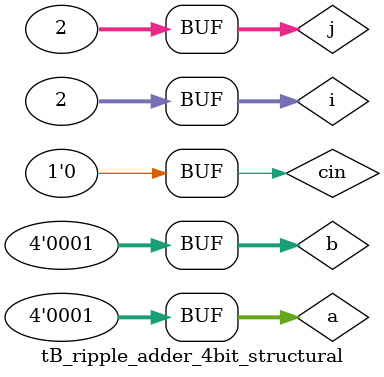
<source format=v>
module tB_ripple_adder_4bit_structural();

	// Declare variables and nets for module ports
	reg [3:0] a;
	reg [3:0] b;
	reg cin;
	wire [3:0] sum;
	wire cout;
	
	integer i, j; // used for verification
	
	// Instantiate the module
	ripple_adder_4bit_structural RIPPLE_ADD_BIT(
        .a(a),
        .b(b),
        .carry_in(cin),
        .sum(sum),
        .carry_out(cout)
        );
  
    // Generate stimulus and monitor module ports
    initial begin
      $monitor("a=%b, b=%b, carry_in=%0b, sum=%0d, carry_out=%b", a, b, cin, sum, cout);
    end  
  
    initial begin
        #1; a = 4'b0000; b = 4'b0000; cin = 0;
        #1; a = 4'b0000; b = 4'b0000; cin = 1;
        #1; a = 4'b0001; b = 4'b0001; cin = 0;
        #1; a = 4'b0001; b = 4'b0001; cin = 1;
        #1; a = 4'd3;    b = 4'd6;    cin = 0;
        // Change the values of a and b and observe the effects
      
        for (i=0; i<2; i=i+1) begin
            for (j=0; j<2; j=j+1) begin
                #1 a = i; b = j; cin = 0;
            end
        end
        // Change the loops limits observe the effects

    end
  
endmodule

/*
Output:
# a=xxxx, b=xxxx, carry_in=x, sum=x, carry_out=x
# a=0000, b=0000, carry_in=0, sum=0, carry_out=0
# a=0000, b=0000, carry_in=1, sum=1, carry_out=0
# a=0001, b=0001, carry_in=0, sum=2, carry_out=0
# a=0001, b=0001, carry_in=1, sum=3, carry_out=0
# a=0011, b=0110, carry_in=0, sum=9, carry_out=0
# a=0000, b=0000, carry_in=0, sum=0, carry_out=0
# a=0000, b=0001, carry_in=0, sum=1, carry_out=0
# a=0001, b=0000, carry_in=0, sum=1, carry_out=0
# a=0001, b=0001, carry_in=0, sum=2, carry_out=0
*/	
</source>
